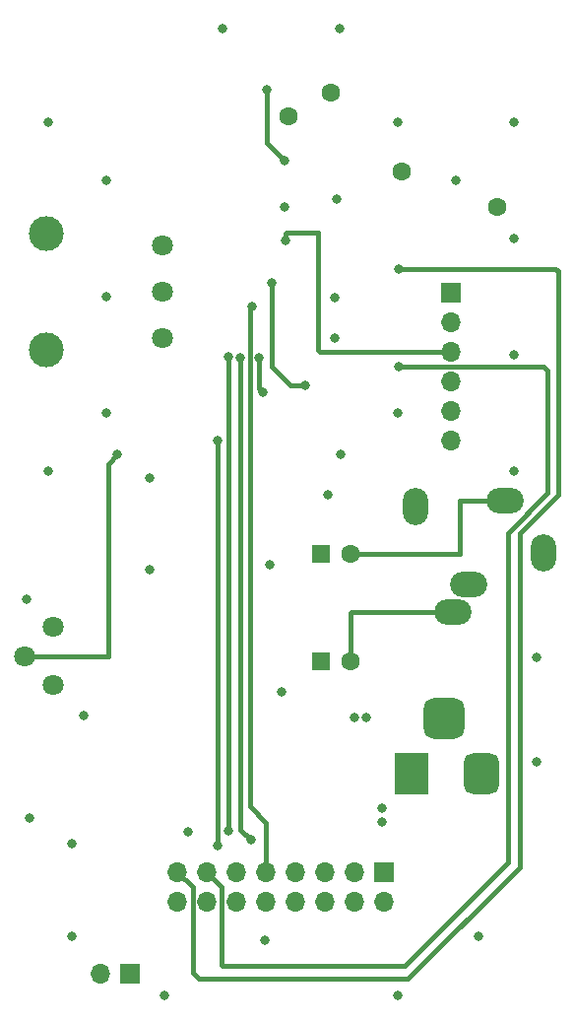
<source format=gbr>
%TF.GenerationSoftware,KiCad,Pcbnew,7.0.1*%
%TF.CreationDate,2023-04-12T14:42:12+09:00*%
%TF.ProjectId,KiCad-Si4735,4b694361-642d-4536-9934-3733352e6b69,rev?*%
%TF.SameCoordinates,PX6bc3e40PY88601c0*%
%TF.FileFunction,Copper,L2,Inr*%
%TF.FilePolarity,Positive*%
%FSLAX46Y46*%
G04 Gerber Fmt 4.6, Leading zero omitted, Abs format (unit mm)*
G04 Created by KiCad (PCBNEW 7.0.1) date 2023-04-12 14:42:12*
%MOMM*%
%LPD*%
G01*
G04 APERTURE LIST*
G04 Aperture macros list*
%AMRoundRect*
0 Rectangle with rounded corners*
0 $1 Rounding radius*
0 $2 $3 $4 $5 $6 $7 $8 $9 X,Y pos of 4 corners*
0 Add a 4 corners polygon primitive as box body*
4,1,4,$2,$3,$4,$5,$6,$7,$8,$9,$2,$3,0*
0 Add four circle primitives for the rounded corners*
1,1,$1+$1,$2,$3*
1,1,$1+$1,$4,$5*
1,1,$1+$1,$6,$7*
1,1,$1+$1,$8,$9*
0 Add four rect primitives between the rounded corners*
20,1,$1+$1,$2,$3,$4,$5,0*
20,1,$1+$1,$4,$5,$6,$7,0*
20,1,$1+$1,$6,$7,$8,$9,0*
20,1,$1+$1,$8,$9,$2,$3,0*%
G04 Aperture macros list end*
%TA.AperFunction,ComponentPad*%
%ADD10R,1.700000X1.700000*%
%TD*%
%TA.AperFunction,ComponentPad*%
%ADD11O,1.700000X1.700000*%
%TD*%
%TA.AperFunction,ComponentPad*%
%ADD12R,3.000000X3.600000*%
%TD*%
%TA.AperFunction,ComponentPad*%
%ADD13RoundRect,0.750000X0.750000X1.000000X-0.750000X1.000000X-0.750000X-1.000000X0.750000X-1.000000X0*%
%TD*%
%TA.AperFunction,ComponentPad*%
%ADD14RoundRect,0.875000X0.875000X0.875000X-0.875000X0.875000X-0.875000X-0.875000X0.875000X-0.875000X0*%
%TD*%
%TA.AperFunction,ComponentPad*%
%ADD15C,1.800000*%
%TD*%
%TA.AperFunction,ComponentPad*%
%ADD16C,1.600000*%
%TD*%
%TA.AperFunction,ComponentPad*%
%ADD17R,1.600000X1.600000*%
%TD*%
%TA.AperFunction,ComponentPad*%
%ADD18C,3.000000*%
%TD*%
%TA.AperFunction,ComponentPad*%
%ADD19O,3.200000X2.200000*%
%TD*%
%TA.AperFunction,ComponentPad*%
%ADD20O,2.200000X3.200000*%
%TD*%
%TA.AperFunction,ViaPad*%
%ADD21C,0.800000*%
%TD*%
%TA.AperFunction,Conductor*%
%ADD22C,0.400000*%
%TD*%
G04 APERTURE END LIST*
D10*
%TO.N,/GP27*%
%TO.C,J3*%
X33875000Y11540000D03*
D11*
%TO.N,/GP28*%
X33875000Y9000000D03*
%TO.N,/GP26*%
X31335000Y11540000D03*
%TO.N,VSYS*%
X31335000Y9000000D03*
%TO.N,/GP22*%
X28795000Y11540000D03*
%TO.N,VSYS*%
X28795000Y9000000D03*
%TO.N,/GP21*%
X26255000Y11540000D03*
%TO.N,3V3*%
X26255000Y9000000D03*
%TO.N,/GP20*%
X23715000Y11540000D03*
%TO.N,3V3*%
X23715000Y9000000D03*
%TO.N,/GP6*%
X21175000Y11540000D03*
%TO.N,GND*%
X21175000Y9000000D03*
%TO.N,/GP5*%
X18635000Y11540000D03*
%TO.N,GND*%
X18635000Y9000000D03*
%TO.N,/GP4*%
X16095000Y11540000D03*
%TO.N,GND*%
X16095000Y9000000D03*
%TD*%
D12*
%TO.N,Net-(D1-A)*%
%TO.C,J2*%
X36187500Y20042500D03*
D13*
%TO.N,GND*%
X42187500Y20042500D03*
D14*
X38987500Y24742500D03*
%TD*%
D15*
%TO.N,GND*%
%TO.C,RV2*%
X5400000Y32600000D03*
%TO.N,Net-(R12-Pad2)*%
X2900000Y30100000D03*
%TO.N,Net-(C14-Pad1)*%
X5400000Y27600000D03*
%TD*%
D16*
%TO.N,Net-(U1-FMI)*%
%TO.C,L2*%
X35400000Y71700000D03*
%TO.N,GND*%
X43600000Y68700000D03*
%TD*%
D10*
%TO.N,Net-(J1-Pin_1)*%
%TO.C,J1*%
X39625000Y61350000D03*
D11*
%TO.N,Net-(J1-Pin_2)*%
X39625000Y58810000D03*
%TO.N,Net-(J1-Pin_3)*%
X39625000Y56270000D03*
%TO.N,GND*%
X39625000Y53730000D03*
%TO.N,unconnected-(J1-Pin_5-Pad5)*%
X39625000Y51190000D03*
%TO.N,VSYS*%
X39625000Y48650000D03*
%TD*%
D17*
%TO.N,Net-(U3-VO1)*%
%TO.C,C17*%
X28447349Y38900000D03*
D16*
%TO.N,Net-(C17-Pad2)*%
X30947349Y38900000D03*
%TD*%
D18*
%TO.N,*%
%TO.C,RV1*%
X4825000Y56400000D03*
X4825000Y66400000D03*
D15*
%TO.N,GND*%
X14825000Y57400000D03*
%TO.N,Net-(R5-Pad1)*%
X14825000Y61400000D03*
%TO.N,Net-(EMI3-Pad3)*%
X14825000Y65400000D03*
%TD*%
D17*
%TO.N,Net-(U3-VO2)*%
%TO.C,C21*%
X28447349Y29700000D03*
D16*
%TO.N,Net-(C21-Pad2)*%
X30947349Y29700000D03*
%TD*%
%TO.N,Net-(C4-Pad2)*%
%TO.C,L1*%
X29300000Y78500000D03*
%TO.N,Net-(Q1-D)*%
X25600000Y76500000D03*
%TD*%
D19*
%TO.N,Net-(C21-Pad2)*%
%TO.C,J6*%
X39750000Y33900000D03*
%TO.N,Net-(J6-PadRN)*%
X41150000Y36300000D03*
D20*
%TO.N,GND*%
X47550000Y38950000D03*
D19*
%TO.N,Net-(C17-Pad2)*%
X44250000Y43500000D03*
D20*
%TO.N,Net-(J6-PadTN)*%
X36550000Y42950000D03*
%TD*%
D10*
%TO.N,Net-(U2-VO+)*%
%TO.C,LS1*%
X11975000Y2825000D03*
D11*
%TO.N,Net-(U2-VO-)*%
X9435000Y2825000D03*
%TD*%
D21*
%TO.N,VSYS*%
X3100000Y35000000D03*
X29600000Y57400000D03*
X3400000Y16200000D03*
X29800000Y69400000D03*
X32350000Y24800000D03*
X31300000Y24800000D03*
%TO.N,GND*%
X35000000Y1000000D03*
X30000000Y84000000D03*
X15000000Y1000000D03*
X47000000Y30000000D03*
X5000000Y76000000D03*
X25000000Y27000000D03*
X8000000Y25000000D03*
X10000000Y71000000D03*
X24000000Y38000000D03*
X20000000Y84000000D03*
X35000000Y76000000D03*
X45000000Y76000000D03*
X5000000Y46000000D03*
X10000000Y51000000D03*
X47000000Y21000000D03*
X35000000Y51000000D03*
X42000000Y6000000D03*
X17000000Y15000000D03*
X45000000Y46000000D03*
X7000000Y14000000D03*
X45000000Y66000000D03*
X40000000Y71000000D03*
X45000000Y56000000D03*
X29000000Y44000000D03*
X7000000Y6000000D03*
X10000000Y61000000D03*
%TO.N,3V3*%
X29600000Y60900000D03*
X23600000Y5700000D03*
%TO.N,Net-(U3-IN2-)*%
X13700000Y45400000D03*
X13700000Y37500000D03*
%TO.N,Net-(D1-A)*%
X33700000Y15900000D03*
X33700000Y17050000D03*
%TO.N,Net-(EMI3-Pad3)*%
X23800000Y78800000D03*
X25300000Y72700000D03*
X25300000Y68700000D03*
%TO.N,Net-(J1-Pin_3)*%
X25400000Y65800000D03*
%TO.N,/GP22*%
X20500000Y55800000D03*
X20500000Y15100000D03*
%TO.N,/GP21*%
X21500500Y55750000D03*
X22400000Y14300000D03*
%TO.N,/GP20*%
X22500000Y60100000D03*
%TO.N,/GP6*%
X19500000Y13800000D03*
X19500000Y48600000D03*
%TO.N,/GP5*%
X35100000Y55000000D03*
%TO.N,/GP4*%
X35100000Y63400000D03*
%TO.N,Net-(JP1-A)*%
X27050001Y53349999D03*
X24200000Y62200000D03*
%TO.N,Net-(JP2-A)*%
X23100000Y55750000D03*
X23400000Y52799998D03*
%TO.N,Net-(R12-Pad2)*%
X30100000Y47400000D03*
X10900000Y47400000D03*
%TD*%
D22*
%TO.N,Net-(C17-Pad2)*%
X40400000Y38900000D02*
X30947349Y38900000D01*
X40400000Y43500000D02*
X40400000Y38900000D01*
X44250000Y43500000D02*
X40400000Y43500000D01*
%TO.N,Net-(C21-Pad2)*%
X39750000Y33900000D02*
X31050000Y33900000D01*
X31050000Y33900000D02*
X30947349Y33797349D01*
X30947349Y33797349D02*
X30947349Y29700000D01*
%TO.N,Net-(EMI3-Pad3)*%
X23800000Y74200000D02*
X23800000Y78800000D01*
X25300000Y72700000D02*
X23800000Y74200000D01*
%TO.N,Net-(J1-Pin_3)*%
X25400000Y65800000D02*
X25400000Y66400000D01*
X28150000Y66450000D02*
X28150000Y56450000D01*
X25450000Y66450000D02*
X28150000Y66450000D01*
X25400000Y66400000D02*
X25450000Y66450000D01*
X28150000Y56450000D02*
X28330000Y56270000D01*
X28330000Y56270000D02*
X39625000Y56270000D01*
%TO.N,/GP22*%
X20500000Y15100000D02*
X20500000Y55800000D01*
%TO.N,/GP21*%
X22400000Y14300000D02*
X21500500Y15199500D01*
X21500500Y15199500D02*
X21500500Y55750000D01*
%TO.N,/GP20*%
X23715000Y15785000D02*
X23715000Y11540000D01*
X22300000Y17200000D02*
X23715000Y15785000D01*
X22300000Y59900000D02*
X22300000Y17200000D01*
X22500000Y60100000D02*
X22300000Y59900000D01*
%TO.N,/GP6*%
X19500000Y13800000D02*
X19500000Y48600000D01*
%TO.N,/GP5*%
X47520000Y54980000D02*
X35120000Y54980000D01*
X44500000Y12400000D02*
X44500000Y40700000D01*
X19885000Y10290000D02*
X19885000Y3615000D01*
X35600000Y3500000D02*
X44500000Y12400000D01*
X47900000Y44100000D02*
X47900000Y54600000D01*
X47900000Y54600000D02*
X47520000Y54980000D01*
X20000000Y3500000D02*
X35600000Y3500000D01*
X19885000Y3615000D02*
X20000000Y3500000D01*
X18635000Y11540000D02*
X19885000Y10290000D01*
X35120000Y54980000D02*
X35100000Y55000000D01*
X44500000Y40700000D02*
X47900000Y44100000D01*
%TO.N,/GP4*%
X17900000Y2400000D02*
X17385000Y2915000D01*
X17385000Y2915000D02*
X17385000Y10250000D01*
X45500000Y40700000D02*
X45500000Y12000000D01*
X48600000Y63400000D02*
X48800000Y63200000D01*
X48800000Y63200000D02*
X48800000Y44000000D01*
X17385000Y10250000D02*
X16095000Y11540000D01*
X45500000Y12000000D02*
X35900000Y2400000D01*
X35100000Y63400000D02*
X48600000Y63400000D01*
X48800000Y44000000D02*
X45500000Y40700000D01*
X35900000Y2400000D02*
X17900000Y2400000D01*
%TO.N,Net-(JP1-A)*%
X24200000Y62200000D02*
X24200000Y54950000D01*
X25800001Y53349999D02*
X27050001Y53349999D01*
X24200000Y54950000D02*
X25800001Y53349999D01*
%TO.N,Net-(JP2-A)*%
X23100000Y53099998D02*
X23100000Y55750000D01*
X23400000Y52799998D02*
X23100000Y53099998D01*
%TO.N,Net-(R12-Pad2)*%
X10100000Y46600000D02*
X10900000Y47400000D01*
X2900000Y30100000D02*
X10100000Y30100000D01*
X10100000Y30100000D02*
X10100000Y46600000D01*
%TD*%
M02*

</source>
